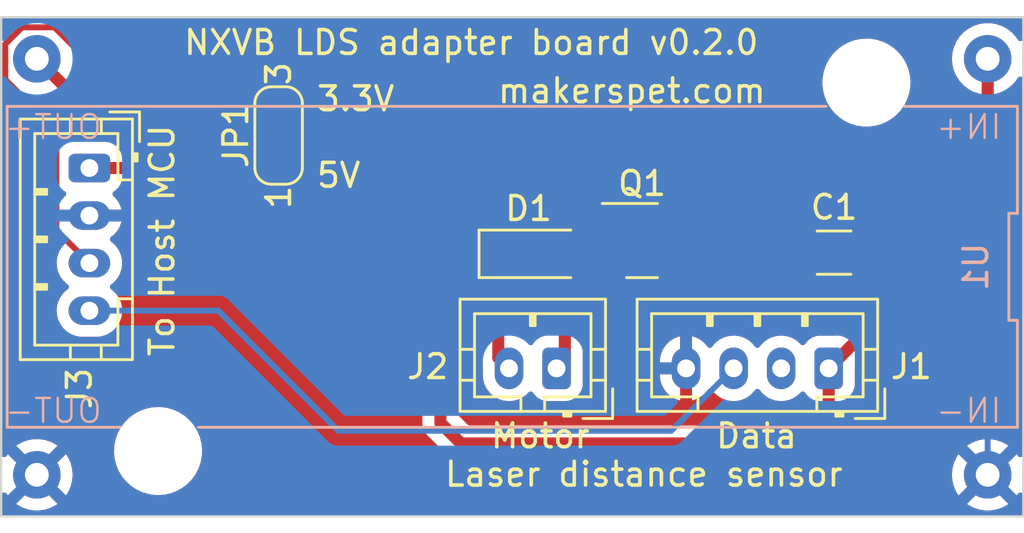
<source format=kicad_pcb>
(kicad_pcb (version 20221018) (generator pcbnew)
  (title_block (title "Neato XV/Botvac LDS Adaptor") (date "2024-01-16") (rev "0.1.0") (company "makerspet.com"))
  (layers (0 "F.Cu" signal) (31 "B.Cu" signal) (34 "B.Paste" user) (35 "F.Paste" user) (36 "B.SilkS" user "B.Silkscreen") (37 "F.SilkS" user "F.Silkscreen") (38 "B.Mask" user) (39 "F.Mask" user) (44 "Edge.Cuts" user))
  (net 0 "")
  (net 1 "+5V")
  (net 2 "/MOT-")
  (net 4 "/TX")
  (net 5 "GND")
  (net 6 "/MOT+")
  (net 7 "/MOT_EN")
  (net 8 "+3.3V")
  (footprint "Package_TO_SOT_SMD:SOT-23" (layer "F.Cu") (at 105.4608 48.895)
    (fp_text reference "Q1" (at 0 -2.4) (layer "F.SilkS"))
    (fp_text value "AS2302" hide)
    (fp_line (start 0 -1.56) (end -1.675 -1.56) (stroke (width 0.12)) (layer "F.SilkS"))
    (fp_line (start 0 -1.56) (end 0.65 -1.56) (stroke (width 0.12)) (layer "F.SilkS"))
    (fp_line (start 0 1.56) (end -0.65 1.56) (stroke (width 0.12)) (layer "F.SilkS"))
    (fp_line (start 0 1.56) (end 0.65 1.56) (stroke (width 0.12)) (layer "F.SilkS"))
    (pad "1" smd roundrect (at -0.9375 -0.95) (size 1.475 0.6) (layers "F.Cu" "F.Paste" "F.Mask") (net 7 "/MOT_EN"))
    (pad "2" smd roundrect (at -0.9375 0.95) (size 1.475 0.6) (layers "F.Cu" "F.Paste" "F.Mask") (net 5 "GND"))
    (pad "3" smd roundrect (at 0.9375 0) (size 1.475 0.6) (layers "F.Cu" "F.Paste" "F.Mask") (net 2 "/MOT-"))
  )
  (footprint "Connector_JST:JST_PH_B4B-PH-K_1x04_P2.00mm_Vertical" (layer "F.Cu") (at 82.211 45.8442 -90)
    (fp_text reference "J3" (at 9.2738 0.423 90) (layer "F.SilkS"))
    (fp_text value "JST PH B4B Vert" hide)
    (fp_line (start -2.36 -2.11) (end -2.36 -0.86) (stroke (width 0.12)) (layer "F.SilkS"))
    (fp_line (start -2.06 -1.81) (end -2.06 2.91) (stroke (width 0.12)) (layer "F.SilkS"))
    (fp_line (start -2.06 -0.5) (end -1.45 -0.5) (stroke (width 0.12)) (layer "F.SilkS"))
    (fp_line (start -2.06 0.8) (end -1.45 0.8) (stroke (width 0.12)) (layer "F.SilkS"))
    (fp_line (start -2.06 2.91) (end 8.06 2.91) (stroke (width 0.12)) (layer "F.SilkS"))
    (fp_line (start -1.45 -1.2) (end -1.45 2.3) (stroke (width 0.12)) (layer "F.SilkS"))
    (fp_line (start -1.45 2.3) (end 7.45 2.3) (stroke (width 0.12)) (layer "F.SilkS"))
    (fp_line (start -1.11 -2.11) (end -2.36 -2.11) (stroke (width 0.12)) (layer "F.SilkS"))
    (fp_line (start -0.6 -2.01) (end -0.6 -1.81) (stroke (width 0.12)) (layer "F.SilkS"))
    (fp_line (start -0.3 -2.01) (end -0.6 -2.01) (stroke (width 0.12)) (layer "F.SilkS"))
    (fp_line (start -0.3 -1.91) (end -0.6 -1.91) (stroke (width 0.12)) (layer "F.SilkS"))
    (fp_line (start -0.3 -1.81) (end -0.3 -2.01) (stroke (width 0.12)) (layer "F.SilkS"))
    (fp_line (start 0.5 -1.81) (end 0.5 -1.2) (stroke (width 0.12)) (layer "F.SilkS"))
    (fp_line (start 0.5 -1.2) (end -1.45 -1.2) (stroke (width 0.12)) (layer "F.SilkS"))
    (fp_line (start 0.9 1.8) (end 1.1 1.8) (stroke (width 0.12)) (layer "F.SilkS"))
    (fp_line (start 0.9 2.3) (end 0.9 1.8) (stroke (width 0.12)) (layer "F.SilkS"))
    (fp_line (start 1 2.3) (end 1 1.8) (stroke (width 0.12)) (layer "F.SilkS"))
    (fp_line (start 1.1 1.8) (end 1.1 2.3) (stroke (width 0.12)) (layer "F.SilkS"))
    (fp_line (start 2.9 1.8) (end 3.1 1.8) (stroke (width 0.12)) (layer "F.SilkS"))
    (fp_line (start 2.9 2.3) (end 2.9 1.8) (stroke (width 0.12)) (layer "F.SilkS"))
    (fp_line (start 3 2.3) (end 3 1.8) (stroke (width 0.12)) (layer "F.SilkS"))
    (fp_line (start 3.1 1.8) (end 3.1 2.3) (stroke (width 0.12)) (layer "F.SilkS"))
    (fp_line (start 4.9 1.8) (end 5.1 1.8) (stroke (width 0.12)) (layer "F.SilkS"))
    (fp_line (start 4.9 2.3) (end 4.9 1.8) (stroke (width 0.12)) (layer "F.SilkS"))
    (fp_line (start 5 2.3) (end 5 1.8) (stroke (width 0.12)) (layer "F.SilkS"))
    (fp_line (start 5.1 1.8) (end 5.1 2.3) (stroke (width 0.12)) (layer "F.SilkS"))
    (fp_line (start 5.5 -1.2) (end 5.5 -1.81) (stroke (width 0.12)) (layer "F.SilkS"))
    (fp_line (start 7.45 -1.2) (end 5.5 -1.2) (stroke (width 0.12)) (layer "F.SilkS"))
    (fp_line (start 7.45 2.3) (end 7.45 -1.2) (stroke (width 0.12)) (layer "F.SilkS"))
    (fp_line (start 8.06 -1.81) (end -2.06 -1.81) (stroke (width 0.12)) (layer "F.SilkS"))
    (fp_line (start 8.06 -0.5) (end 7.45 -0.5) (stroke (width 0.12)) (layer "F.SilkS"))
    (fp_line (start 8.06 0.8) (end 7.45 0.8) (stroke (width 0.12)) (layer "F.SilkS"))
    (fp_line (start 8.06 2.91) (end 8.06 -1.81) (stroke (width 0.12)) (layer "F.SilkS"))
    (pad "1" thru_hole roundrect (at 0 0 270) (size 1.2 1.75) (drill 0.75) (layers "*.Cu" "*.Mask") (roundrect_rratio 0.208333) (net 1 "+5V"))
    (pad "2" thru_hole oval (at 2 0 270) (size 1.2 1.75) (drill 0.75) (layers "*.Cu" "*.Mask") (net 5 "GND"))
    (pad "3" thru_hole oval (at 4 0 270) (size 1.2 1.75) (drill 0.75) (layers "*.Cu" "*.Mask") (net 7 "/MOT_EN"))
    (pad "4" thru_hole oval (at 6 0 270) (size 1.2 1.75) (drill 0.75) (layers "*.Cu" "*.Mask") (net 4 "/TX"))
  )
  (footprint "Diode_SMD:D_SOD-123F" (layer "F.Cu") (at 100.8126 49.4538)
    (fp_text reference "D1" (at -0.127 -1.905) (layer "F.SilkS"))
    (fp_text value "FS26" hide)
    (fp_line (start -2.21 -1) (end -2.21 1) (stroke (width 0.12)) (layer "F.SilkS"))
    (fp_line (start -2.21 -1) (end 1.65 -1) (stroke (width 0.12)) (layer "F.SilkS"))
    (fp_line (start -2.21 1) (end 1.65 1) (stroke (width 0.12)) (layer "F.SilkS"))
    (pad "1" smd roundrect (at -1.4 0) (size 1.1 1.1) (layers "F.Cu" "F.Paste" "F.Mask") (roundrect_rratio 0.2272727273) (net 6 "/MOT+"))
    (pad "2" smd roundrect (at 1.4 0) (size 1.1 1.1) (layers "F.Cu" "F.Paste" "F.Mask") (roundrect_rratio 0.2272727273) (net 2 "/MOT-"))
  )
  (footprint "Connector_JST:JST_PH_B2B-PH-K_1x02_P2.00mm_Vertical" (layer "F.Cu") (at 101.8634 54.271 180)
    (fp_text reference "J2" (at 5.4196 0.071) (layer "F.SilkS"))
    (fp_text value "JST PH B2B Vert" hide)
    (fp_line (start -2.36 -2.11) (end -2.36 -0.86) (stroke (width 0.12)) (layer "F.SilkS"))
    (fp_line (start -2.06 -1.81) (end -2.06 2.91) (stroke (width 0.12)) (layer "F.SilkS"))
    (fp_line (start -2.06 -0.5) (end -1.45 -0.5) (stroke (width 0.12)) (layer "F.SilkS"))
    (fp_line (start -2.06 0.8) (end -1.45 0.8) (stroke (width 0.12)) (layer "F.SilkS"))
    (fp_line (start -2.06 2.91) (end 4.06 2.91) (stroke (width 0.12)) (layer "F.SilkS"))
    (fp_line (start -1.45 -1.2) (end -1.45 2.3) (stroke (width 0.12)) (layer "F.SilkS"))
    (fp_line (start -1.45 2.3) (end 3.45 2.3) (stroke (width 0.12)) (layer "F.SilkS"))
    (fp_line (start -1.11 -2.11) (end -2.36 -2.11) (stroke (width 0.12)) (layer "F.SilkS"))
    (fp_line (start -0.6 -2.01) (end -0.6 -1.81) (stroke (width 0.12)) (layer "F.SilkS"))
    (fp_line (start -0.3 -2.01) (end -0.6 -2.01) (stroke (width 0.12)) (layer "F.SilkS"))
    (fp_line (start -0.3 -1.91) (end -0.6 -1.91) (stroke (width 0.12)) (layer "F.SilkS"))
    (fp_line (start -0.3 -1.81) (end -0.3 -2.01) (stroke (width 0.12)) (layer "F.SilkS"))
    (fp_line (start 0.5 -1.81) (end 0.5 -1.2) (stroke (width 0.12)) (layer "F.SilkS"))
    (fp_line (start 0.5 -1.2) (end -1.45 -1.2) (stroke (width 0.12)) (layer "F.SilkS"))
    (fp_line (start 0.9 1.8) (end 1.1 1.8) (stroke (width 0.12)) (layer "F.SilkS"))
    (fp_line (start 0.9 2.3) (end 0.9 1.8) (stroke (width 0.12)) (layer "F.SilkS"))
    (fp_line (start 1 2.3) (end 1 1.8) (stroke (width 0.12)) (layer "F.SilkS"))
    (fp_line (start 1.1 1.8) (end 1.1 2.3) (stroke (width 0.12)) (layer "F.SilkS"))
    (fp_line (start 1.5 -1.2) (end 1.5 -1.81) (stroke (width 0.12)) (layer "F.SilkS"))
    (fp_line (start 3.45 -1.2) (end 1.5 -1.2) (stroke (width 0.12)) (layer "F.SilkS"))
    (fp_line (start 3.45 2.3) (end 3.45 -1.2) (stroke (width 0.12)) (layer "F.SilkS"))
    (fp_line (start 4.06 -1.81) (end -2.06 -1.81) (stroke (width 0.12)) (layer "F.SilkS"))
    (fp_line (start 4.06 -0.5) (end 3.45 -0.5) (stroke (width 0.12)) (layer "F.SilkS"))
    (fp_line (start 4.06 0.8) (end 3.45 0.8) (stroke (width 0.12)) (layer "F.SilkS"))
    (fp_line (start 4.06 2.91) (end 4.06 -1.81) (stroke (width 0.12)) (layer "F.SilkS"))
    (pad "1" thru_hole roundrect (at 0 0 180) (size 1.2 1.75) (drill 0.75) (layers "*.Cu" "*.Mask") (roundrect_rratio 0.208333) (net 2 "/MOT-"))
    (pad "2" thru_hole oval (at 2 0 180) (size 1.2 1.75) (drill 0.75) (layers "*.Cu" "*.Mask") (net 6 "/MOT+"))
  )
  (footprint "Jumper:SolderJumper-3_P1.3mm_Bridged12_RoundedPad1.0x1.5mm_NumberLabels" (layer "F.Cu") (at 90.17 44.4754 90)
    (fp_text reference "JP1" (at 0 -1.8 90) (layer "F.SilkS"))
    (fp_text value "SolderJumper_3_Bridged12" hide)
    (fp_text user "3" (at 2.6 0 90) (layer "F.SilkS"))
    (fp_text user "1" (at -2.6 0 90) (layer "F.SilkS"))
    (fp_poly (pts (xy -0.9 -0.3) (xy -0.4 -0.3) (xy -0.4 0.3) (xy -0.9 0.3)) (fill solid) (layer "F.Cu"))
    (fp_line (start -2.05 0.3) (end -2.05 -0.3) (stroke (width 0.12)) (layer "F.SilkS"))
    (fp_line (start -1.4 -1) (end 1.4 -1) (stroke (width 0.12)) (layer "F.SilkS"))
    (fp_line (start 1.4 1) (end -1.4 1) (stroke (width 0.12)) (layer "F.SilkS"))
    (fp_line (start 2.05 -0.3) (end 2.05 0.3) (stroke (width 0.12)) (layer "F.SilkS"))
    (fp_arc (start -2.05 -0.3) (mid -1.844975 -0.794975) (end -1.35 -1) (stroke (width 0.12)) (layer "F.SilkS"))
    (fp_arc (start -1.35 1) (mid -1.844975 0.794975) (end -2.05 0.3) (stroke (width 0.12)) (layer "F.SilkS"))
    (fp_arc (start 1.35 -1) (mid 1.844975 -0.794975) (end 2.05 -0.3) (stroke (width 0.12)) (layer "F.SilkS"))
    (fp_arc (start 2.05 0.3) (mid 1.844975 0.794975) (end 1.35 1) (stroke (width 0.12)) (layer "F.SilkS"))
    (pad "1" smd custom (at -1.3 0 90) (size 1 0.5) (layers "F.Cu" "F.Mask") (net 1 "+5V") (options (clearance outline) (anchor rect)) (primitives (gr_poly (pts (xy 0.55 0.75) (xy 0 0.75) (xy 0 -0.75) (xy 0.55 -0.75)) (width 0) (fill yes)) (gr_circle (center 0 0.25) (end 0.5 0.25) (width 0) (fill yes)) (gr_circle (center 0 -0.25) (end 0.5 -0.25) (width 0) (fill yes))))
    (pad "2" smd rect (at 0 0 90) (size 1 1.5) (layers "F.Cu" "F.Mask") (net 6 "/MOT+"))
    (pad "3" smd custom (at 1.3 0 90) (size 1 0.5) (layers "F.Cu" "F.Mask") (net 8 "+3.3V") (options (clearance outline) (anchor rect)) (primitives (gr_circle (center 0 0.25) (end 0.5 0.25) (width 0) (fill yes)) (gr_circle (center 0 -0.25) (end 0.5 -0.25) (width 0) (fill yes)) (gr_poly (pts (xy 0 0.75) (xy -0.55 0.75) (xy -0.55 -0.75) (xy 0 -0.75)) (width 0) (fill yes))))
  )
  (footprint "MountingHole:MountingHole_3.2mm_M3" (layer "F.Cu") (at 114.9 42.25)
    (fp_text reference "H2" hide)
    (fp_text value "MountingHole" hide)
    (pad "" np_thru_hole circle (at 0 0) (size 3.2 3.2) (drill 3.2) (layers "*.Cu" "*.Mask"))
  )
  (footprint "Connector_JST:JST_PH_B4B-PH-K_1x04_P2.00mm_Vertical" (layer "F.Cu") (at 113.3122 54.271 180)
    (fp_text reference "J1" (at -3.477 0.071) (layer "F.SilkS"))
    (fp_text value "JST PH B4B Vert" hide)
    (fp_line (start -2.36 -2.11) (end -2.36 -0.86) (stroke (width 0.12)) (layer "F.SilkS"))
    (fp_line (start -2.06 -1.81) (end -2.06 2.91) (stroke (width 0.12)) (layer "F.SilkS"))
    (fp_line (start -2.06 -0.5) (end -1.45 -0.5) (stroke (width 0.12)) (layer "F.SilkS"))
    (fp_line (start -2.06 0.8) (end -1.45 0.8) (stroke (width 0.12)) (layer "F.SilkS"))
    (fp_line (start -2.06 2.91) (end 8.06 2.91) (stroke (width 0.12)) (layer "F.SilkS"))
    (fp_line (start -1.45 -1.2) (end -1.45 2.3) (stroke (width 0.12)) (layer "F.SilkS"))
    (fp_line (start -1.45 2.3) (end 7.45 2.3) (stroke (width 0.12)) (layer "F.SilkS"))
    (fp_line (start -1.11 -2.11) (end -2.36 -2.11) (stroke (width 0.12)) (layer "F.SilkS"))
    (fp_line (start -0.6 -2.01) (end -0.6 -1.81) (stroke (width 0.12)) (layer "F.SilkS"))
    (fp_line (start -0.3 -2.01) (end -0.6 -2.01) (stroke (width 0.12)) (layer "F.SilkS"))
    (fp_line (start -0.3 -1.91) (end -0.6 -1.91) (stroke (width 0.12)) (layer "F.SilkS"))
    (fp_line (start -0.3 -1.81) (end -0.3 -2.01) (stroke (width 0.12)) (layer "F.SilkS"))
    (fp_line (start 0.5 -1.81) (end 0.5 -1.2) (stroke (width 0.12)) (layer "F.SilkS"))
    (fp_line (start 0.5 -1.2) (end -1.45 -1.2) (stroke (width 0.12)) (layer "F.SilkS"))
    (fp_line (start 0.9 1.8) (end 1.1 1.8) (stroke (width 0.12)) (layer "F.SilkS"))
    (fp_line (start 0.9 2.3) (end 0.9 1.8) (stroke (width 0.12)) (layer "F.SilkS"))
    (fp_line (start 1 2.3) (end 1 1.8) (stroke (width 0.12)) (layer "F.SilkS"))
    (fp_line (start 1.1 1.8) (end 1.1 2.3) (stroke (width 0.12)) (layer "F.SilkS"))
    (fp_line (start 2.9 1.8) (end 3.1 1.8) (stroke (width 0.12)) (layer "F.SilkS"))
    (fp_line (start 2.9 2.3) (end 2.9 1.8) (stroke (width 0.12)) (layer "F.SilkS"))
    (fp_line (start 3 2.3) (end 3 1.8) (stroke (width 0.12)) (layer "F.SilkS"))
    (fp_line (start 3.1 1.8) (end 3.1 2.3) (stroke (width 0.12)) (layer "F.SilkS"))
    (fp_line (start 4.9 1.8) (end 5.1 1.8) (stroke (width 0.12)) (layer "F.SilkS"))
    (fp_line (start 4.9 2.3) (end 4.9 1.8) (stroke (width 0.12)) (layer "F.SilkS"))
    (fp_line (start 5 2.3) (end 5 1.8) (stroke (width 0.12)) (layer "F.SilkS"))
    (fp_line (start 5.1 1.8) (end 5.1 2.3) (stroke (width 0.12)) (layer "F.SilkS"))
    (fp_line (start 5.5 -1.2) (end 5.5 -1.81) (stroke (width 0.12)) (layer "F.SilkS"))
    (fp_line (start 7.45 -1.2) (end 5.5 -1.2) (stroke (width 0.12)) (layer "F.SilkS"))
    (fp_line (start 7.45 2.3) (end 7.45 -1.2) (stroke (width 0.12)) (layer "F.SilkS"))
    (fp_line (start 8.06 -1.81) (end -2.06 -1.81) (stroke (width 0.12)) (layer "F.SilkS"))
    (fp_line (start 8.06 -0.5) (end 7.45 -0.5) (stroke (width 0.12)) (layer "F.SilkS"))
    (fp_line (start 8.06 0.8) (end 7.45 0.8) (stroke (width 0.12)) (layer "F.SilkS"))
    (fp_line (start 8.06 2.91) (end 8.06 -1.81) (stroke (width 0.12)) (layer "F.SilkS"))
    (pad "1" thru_hole roundrect (at 0 0 180) (size 1.2 1.75) (drill 0.75) (layers "*.Cu" "*.Mask") (roundrect_rratio 0.208333) (net 1 "+5V"))
    (pad "2" thru_hole oval (at 2 0 180) (size 1.2 1.75) (drill 0.75) (layers "*.Cu" "*.Mask"))
    (pad "3" thru_hole oval (at 4 0 180) (size 1.2 1.75) (drill 0.75) (layers "*.Cu" "*.Mask") (net 4 "/TX"))
    (pad "4" thru_hole oval (at 6 0 180) (size 1.2 1.75) (drill 0.75) (layers "*.Cu" "*.Mask") (net 5 "GND"))
  )
  (footprint "Capacitor_SMD:C_1206_3216Metric" (layer "F.Cu") (at 113.538 49.403 180)
    (fp_text reference "C1" (at 0 1.905) (layer "F.SilkS"))
    (fp_text value "100uF" hide)
    (fp_line (start -0.711252 -0.91) (end 0.711252 -0.91) (stroke (width 0.12)) (layer "F.SilkS"))
    (fp_line (start -0.711252 0.91) (end 0.711252 0.91) (stroke (width 0.12)) (layer "F.SilkS"))
    (pad "1" smd roundrect (at -1.475 0 180) (size 1.15 1.8) (layers "F.Cu" "F.Paste" "F.Mask") (roundrect_rratio 0.217391) (net 1 "+5V"))
    (pad "2" smd roundrect (at 1.475 0 180) (size 1.15 1.8) (layers "F.Cu" "F.Paste" "F.Mask") (roundrect_rratio 0.217391) (net 5 "GND"))
  )
  (footprint "MountingHole:MountingHole_3.2mm_M3" (layer "F.Cu") (at 85.1 57.75)
    (fp_text reference "H1" hide)
    (fp_text value "MountingHole" hide)
    (pad "" np_thru_hole circle (at 0 0) (size 3.2 3.2) (drill 3.2) (layers "*.Cu" "*.Mask"))
  )
  (footprint "Makerspet:LM2596 Module" (layer "B.Cu") (at 100 50 180)
    (fp_text reference "U1" (at -19.5 0 90) (layer "B.SilkS") (effects (justify mirror)))
    (fp_text value "DNP LM2596" hide)
    (fp_text user "IN+" (at -20.65 5.296 unlocked) (layer "B.SilkS") (effects (font (thickness 0.1)) (justify left bottom mirror)))
    (fp_text user "IN-" (at -20.65 -6.642 unlocked) (layer "B.SilkS") (effects (font (thickness 0.1)) (justify left bottom mirror)))
    (fp_text user "OUT+" (at 17.196 5.296 unlocked) (layer "B.SilkS") (effects (font (thickness 0.1)) (justify left bottom mirror)))
    (fp_text user "OUT-" (at 17.196 -6.642 unlocked) (layer "B.SilkS") (effects (font (thickness 0.1)) (justify left bottom mirror)))
    (fp_line (start -21.25 -6.75) (end 13.2 -6.75) (stroke (width 0.12)) (layer "B.SilkS"))
    (fp_line (start -21.25 -2.249999) (end -21.25 -6.749999) (stroke (width 0.12)) (layer "B.SilkS"))
    (fp_line (start -21.25 2.25) (end -20.89 2.25) (stroke (width 0.12)) (layer "B.SilkS"))
    (fp_line (start -21.25 6.75) (end -21.25 2.25) (stroke (width 0.12)) (layer "B.SilkS"))
    (fp_line (start -20.89 -2.249999) (end -21.25 -2.249999) (stroke (width 0.12)) (layer "B.SilkS"))
    (fp_line (start -20.89 2.25) (end -20.89 -2.249999) (stroke (width 0.12)) (layer "B.SilkS"))
    (fp_line (start -16.5 6.75) (end -21.25 6.75) (stroke (width 0.12)) (layer "B.SilkS"))
    (fp_line (start 16.5 -6.75) (end 21.25 -6.75) (stroke (width 0.12)) (layer "B.SilkS"))
    (fp_line (start 21.25 -6.75) (end 21.25 6.749999) (stroke (width 0.12)) (layer "B.SilkS"))
    (fp_line (start 21.25 6.75) (end -13.2 6.75) (stroke (width 0.12)) (layer "B.SilkS"))
    (pad "1" thru_hole circle (at -20 -8.75 180) (size 2 2) (drill 1) (layers "*.Cu" "*.Mask") (net 5 "GND"))
    (pad "2" thru_hole circle (at 20 -8.75 180) (size 2 2) (drill 1) (layers "*.Cu" "*.Mask") (net 5 "GND"))
    (pad "3" thru_hole circle (at 20 8.75 180) (size 2 2) (drill 1) (layers "*.Cu" "*.Mask") (net 8 "+3.3V"))
    (pad "4" thru_hole circle (at -20 8.75 180) (size 2 2) (drill 1) (layers "*.Cu" "*.Mask") (net 1 "+5V"))
  )
  (gr_rect (start 78.5 39.5) (end 121.5 60.5) (stroke (width 0.1)) (fill none) (layer "Edge.Cuts"))
  (gr_text "3.3V\n\n5V" (at 91.694 46.736) (layer "F.SilkS") (effects (font (size 1 1)) (justify left bottom)))
  (gr_text "makerspet.com" (at 99.314 43.18) (layer "F.SilkS") (effects (font (size 1 1)) (justify left bottom)))
  (gr_text "Motor       Data\nLaser distance sensor" (at 105.537 59.309) (layer "F.SilkS") (effects (font (size 1 1)) (justify bottom)))
  (gr_text "NXVB LDS adapter board v0.2.0" (at 86.106 41.148) (layer "F.SilkS") (effects (font (size 1 1)) (justify left bottom)))
  (gr_text "To Host MCU" (at 85.852 48.895 90) (layer "F.SilkS") (effects (font (size 1 1)) (justify bottom)))
  (segment (start 112.8014 57.4294) (end 97.8408 57.4294) (width 0.508) (layer "F.Cu") (net 1))
  (segment (start 94.4164 45.7754) (end 90.17 45.7754) (width 0.508) (layer "F.Cu") (net 1))
  (segment (start 115.013 49.403) (end 116.5576 50.9476) (width 0.508) (layer "F.Cu") (net 1))
  (segment (start 116.5576 50.9476) (end 116.5576 51.0256) (width 0.508) (layer "F.Cu") (net 1))
  (segment (start 96.9772 48.3362) (end 94.4164 45.7754) (width 0.508) (layer "F.Cu") (net 1))
  (segment (start 96.9772 56.5658) (end 96.9772 48.3362) (width 0.508) (layer "F.Cu") (net 1))
  (segment (start 116.5576 51.0256) (end 113.3122 54.271) (width 0.508) (layer "F.Cu") (net 1))
  (segment (start 120 41.25) (end 120 47.5832) (width 0.508) (layer "F.Cu") (net 1))
  (segment (start 90.1012 45.8442) (end 90.17 45.7754) (width 0.508) (layer "F.Cu") (net 1))
  (segment (start 113.3122 54.271) (end 113.3122 56.9186) (width 0.508) (layer "F.Cu") (net 1))
  (segment (start 113.3122 56.9186) (end 112.8014 57.4294) (width 0.508) (layer "F.Cu") (net 1))
  (segment (start 97.8408 57.4294) (end 96.9772 56.5658) (width 0.508) (layer "F.Cu") (net 1))
  (segment (start 82.211 45.8442) (end 90.1012 45.8442) (width 0.508) (layer "F.Cu") (net 1))
  (segment (start 120 47.5832) (end 116.5576 51.0256) (width 0.508) (layer "F.Cu") (net 1))
  (segment (start 102.2126 49.4538) (end 102.2126 53.9218) (width 0.508) (layer "F.Cu") (net 2))
  (segment (start 106.3983 48.895) (end 102.7714 48.895) (width 0.508) (layer "F.Cu") (net 2))
  (segment (start 102.2126 53.9218) (end 101.8634 54.271) (width 0.508) (layer "F.Cu") (net 2))
  (segment (start 102.7714 48.895) (end 102.2126 49.4538) (width 0.508) (layer "F.Cu") (net 2))
  (segment (start 106.6872 56.896) (end 92.6846 56.896) (width 0.25) (layer "B.Cu") (net 4))
  (segment (start 87.6328 51.8442) (end 82.211 51.8442) (width 0.25) (layer "B.Cu") (net 4))
  (segment (start 109.3122 54.271) (end 106.6872 56.896) (width 0.25) (layer "B.Cu") (net 4))
  (segment (start 92.6846 56.896) (end 87.6328 51.8442) (width 0.25) (layer "B.Cu") (net 4))
  (segment (start 83.5312 47.8442) (end 82.211 47.8442) (width 0.25) (layer "F.Cu") (net 5))
  (segment (start 112.063 49.403) (end 108.204 49.403) (width 0.25) (layer "F.Cu") (net 5))
  (segment (start 105.8584 54.271) (end 107.3122 54.271) (width 0.25) (layer "F.Cu") (net 5))
  (segment (start 83.7946 48.1076) (end 83.5312 47.8442) (width 0.25) (layer "F.Cu") (net 5))
  (segment (start 104.5233 49.845) (end 104.5233 52.9359) (width 0.25) (layer "F.Cu") (net 5))
  (segment (start 80 58.75) (end 83.7946 54.9554) (width 0.25) (layer "F.Cu") (net 5))
  (segment (start 107.3122 50.2948) (end 107.3122 54.271) (width 0.25) (layer "F.Cu") (net 5))
  (segment (start 83.7946 54.9554) (end 83.7946 48.1076) (width 0.25) (layer "F.Cu") (net 5))
  (segment (start 104.5233 52.9359) (end 105.8584 54.271) (width 0.25) (layer "F.Cu") (net 5))
  (segment (start 108.204 49.403) (end 107.3122 50.2948) (width 0.25) (layer "F.Cu") (net 5))
  (segment (start 120 58.75) (end 120 57.1096) (width 0.25) (layer "B.Cu") (net 5))
  (segment (start 92.5322 58.674) (end 87.5538 53.6956) (width 0.25) (layer "B.Cu") (net 5))
  (segment (start 120 57.1096) (end 114.4524 51.562) (width 0.25) (layer "B.Cu") (net 5))
  (segment (start 120 58.75) (end 118.527 57.277) (width 0.25) (layer "B.Cu") (net 5))
  (segment (start 108.5596 51.562) (end 107.3122 52.8094) (width 0.25) (layer "B.Cu") (net 5))
  (segment (start 114.4524 51.562) (end 108.5596 51.562) (width 0.25) (layer "B.Cu") (net 5))
  (segment (start 115.062 58.674) (end 92.5322 58.674) (width 0.25) (layer "B.Cu") (net 5))
  (segment (start 85.0544 53.6956) (end 80 58.75) (width 0.25) (layer "B.Cu") (net 5))
  (segment (start 107.3122 52.8094) (end 107.3122 54.271) (width 0.25) (layer "B.Cu") (net 5))
  (segment (start 118.527 57.277) (end 116.459 57.277) (width 0.25) (layer "B.Cu") (net 5))
  (segment (start 87.5538 53.6956) (end 85.0544 53.6956) (width 0.25) (layer "B.Cu") (net 5))
  (segment (start 116.459 57.277) (end 115.062 58.674) (width 0.25) (layer "B.Cu") (net 5))
  (segment (start 99.4126 53.8202) (end 99.8634 54.271) (width 0.508) (layer "F.Cu") (net 6))
  (segment (start 94.4342 44.4754) (end 99.4126 49.4538) (width 0.508) (layer "F.Cu") (net 6))
  (segment (start 99.4126 49.4538) (end 99.4126 53.8202) (width 0.508) (layer "F.Cu") (net 6))
  (segment (start 90.17 44.4754) (end 94.4342 44.4754) (width 0.508) (layer "F.Cu") (net 6))
  (segment (start 93.0656 42.0878) (end 82.9056 42.0878) (width 0.25) (layer "F.Cu") (net 7))
  (segment (start 78.675 40.6288) (end 78.675 42.1244) (width 0.25) (layer "F.Cu") (net 7))
  (segment (start 104.5233 47.945) (end 98.9228 47.945) (width 0.25) (layer "F.Cu") (net 7))
  (segment (start 82.9056 42.0878) (end 80.7428 39.925) (width 0.25) (layer "F.Cu") (net 7))
  (segment (start 98.9228 47.945) (end 93.0656 42.0878) (width 0.25) (layer "F.Cu") (net 7))
  (segment (start 79.3788 39.925) (end 78.675 40.6288) (width 0.25) (layer "F.Cu") (net 7))
  (segment (start 80.7428 39.925) (end 79.3788 39.925) (width 0.25) (layer "F.Cu") (net 7))
  (segment (start 78.675 42.1244) (end 80.8228 44.2722) (width 0.25) (layer "F.Cu") (net 7))
  (segment (start 80.8228 44.2722) (end 80.8228 48.456) (width 0.25) (layer "F.Cu") (net 7))
  (segment (start 80.8228 48.456) (end 82.211 49.8442) (width 0.25) (layer "F.Cu") (net 7))
  (segment (start 81.9254 43.1754) (end 80 41.25) (width 0.508) (layer "F.Cu") (net 8))
  (segment (start 90.17 43.1754) (end 81.9254 43.1754) (width 0.508) (layer "F.Cu") (net 8))
  (zone (net 5) (net_name "GND") (layers "F&B.Cu") (connect_pads (clearance 0.5)) (min_thickness 0.25) (fill yes (thermal_gap 0.5) (thermal_bridge_width 0.5))
    (polygon (pts (xy 78.4606 39.4716) (xy 121.539 39.4716) (xy 121.539 60.5282) (xy 78.4606 60.5282)))
  )
)
</source>
